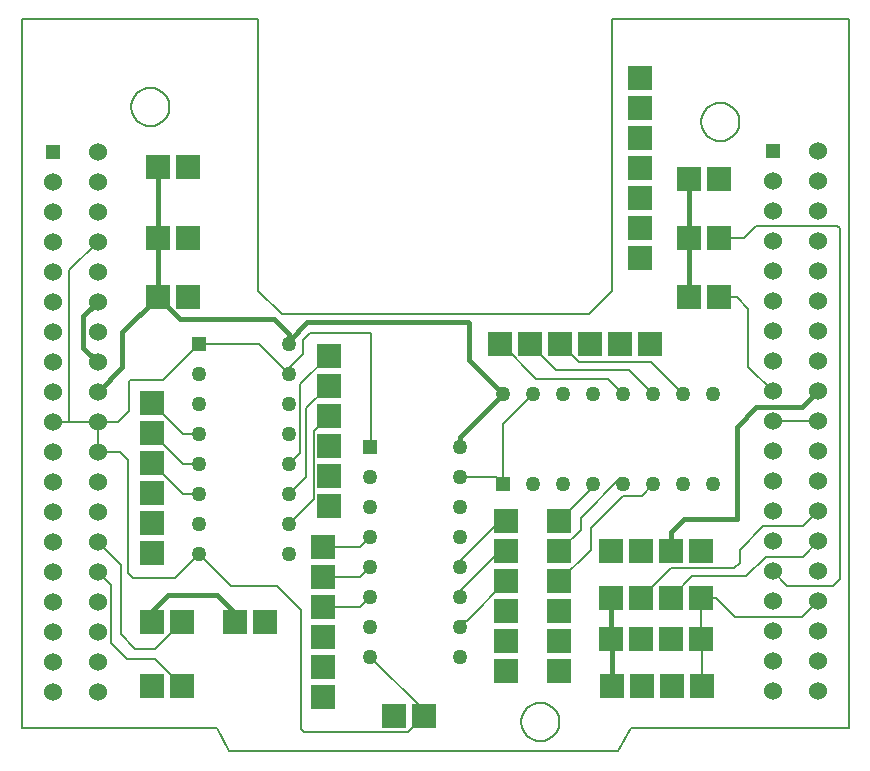
<source format=gbr>
G04 PROTEUS GERBER X2 FILE*
%TF.GenerationSoftware,Labcenter,Proteus,8.12-SP2-Build31155*%
%TF.CreationDate,2021-12-06T20:36:36+00:00*%
%TF.FileFunction,Copper,L1,Top*%
%TF.FilePolarity,Positive*%
%TF.Part,Single*%
%TF.SameCoordinates,{41aeb68f-70a9-4567-b6d7-def337a2806a}*%
%FSLAX45Y45*%
%MOMM*%
G01*
%TA.AperFunction,Conductor*%
%ADD10C,0.203200*%
%ADD11C,0.381000*%
%ADD12C,0.304800*%
%TA.AperFunction,ComponentPad*%
%ADD13R,1.270000X1.270000*%
%ADD14C,1.524000*%
%TA.AperFunction,ComponentPad*%
%ADD15C,1.270000*%
%TA.AperFunction,ComponentPad*%
%ADD16R,2.032000X2.032000*%
%TA.AperFunction,Profile*%
%ADD17C,0.203200*%
%TD.AperFunction*%
D10*
X+2950000Y+602000D02*
X+3404000Y+148000D01*
X+3404000Y+100000D01*
X+2550000Y+1022000D02*
X+2862000Y+1022000D01*
X+2950000Y+1110000D01*
X+2550000Y+1276000D02*
X+2862000Y+1276000D01*
X+2950000Y+1364000D01*
X+2550000Y+1530000D02*
X+2862000Y+1530000D01*
X+2950000Y+1618000D01*
D11*
X+5000000Y+350000D02*
X+5000000Y+738000D01*
X+4988000Y+750000D01*
X+4988000Y+1100000D01*
D10*
X+4558000Y+3250000D02*
X+4713046Y+3094954D01*
X+4781893Y+3094954D01*
X+5327046Y+3094954D01*
X+5598000Y+2824000D01*
X+4304000Y+3250000D02*
X+4523818Y+3030182D01*
X+4684735Y+3030182D01*
X+5137818Y+3030182D01*
X+5344000Y+2824000D01*
X+4050000Y+3250000D02*
X+4060828Y+3250000D01*
X+4354672Y+2956156D01*
X+4957844Y+2956156D01*
X+5090000Y+2824000D01*
X+1100000Y+2242000D02*
X+1362000Y+1980000D01*
X+1500000Y+1980000D01*
X+1100000Y+2496000D02*
X+1362000Y+2234000D01*
X+1500000Y+2234000D01*
X+1100000Y+2750000D02*
X+1362000Y+2488000D01*
X+1500000Y+2488000D01*
D11*
X+3712000Y+2380000D02*
X+3712000Y+2462000D01*
X+4074000Y+2824000D01*
D10*
X+4074000Y+2062000D02*
X+4074000Y+2574000D01*
X+4264500Y+2764500D01*
X+4328000Y+2824000D01*
X+3712000Y+2126000D02*
X+4010000Y+2126000D01*
X+4074000Y+2062000D01*
X+3712000Y+1364000D02*
X+3712000Y+1414000D01*
X+4048000Y+1750000D01*
X+4100000Y+1750000D01*
X+3712000Y+1110000D02*
X+3712000Y+1160000D01*
X+4048000Y+1496000D01*
X+4100000Y+1496000D01*
X+3712000Y+856000D02*
X+3712000Y+906000D01*
X+3764000Y+906000D01*
X+4100000Y+1242000D01*
X+4550000Y+1750000D02*
X+4836000Y+2036000D01*
X+4836000Y+2062000D01*
X+4550000Y+1496000D02*
X+4731001Y+1677001D01*
X+4731001Y+1780109D01*
X+5062892Y+2112000D01*
X+5090000Y+2112000D01*
X+5090000Y+2062000D01*
X+4550000Y+1242000D02*
X+4814280Y+1506280D01*
X+4814280Y+1693096D01*
X+5087249Y+1966065D01*
X+5248065Y+1966065D01*
X+5344000Y+2062000D01*
D11*
X+1150000Y+3650000D02*
X+1271579Y+3528421D01*
D12*
X+1282421Y+3517579D01*
D11*
X+1339545Y+3460455D01*
X+2135483Y+3460455D01*
X+2262000Y+3333938D01*
X+2262000Y+3277029D01*
X+2262000Y+3250000D01*
X+2262000Y+3277029D02*
X+2417706Y+3432735D01*
X+3777887Y+3432735D01*
X+3787178Y+3423444D01*
X+3787178Y+3110822D01*
X+4074000Y+2824000D01*
D10*
X+1500000Y+3250000D02*
X+2008000Y+3250000D01*
X+2262000Y+2996000D01*
D11*
X+1150000Y+3650000D02*
X+1150000Y+4150000D01*
X+1150000Y+4765136D01*
X+1159272Y+4774408D01*
X+1150000Y+4750000D01*
D10*
X+641000Y+2590000D02*
X+641000Y+2336000D01*
X+641000Y+2590000D02*
X+816247Y+2590000D01*
X+904809Y+2678562D01*
X+904809Y+2928398D01*
X+918689Y+2942278D01*
X+1192278Y+2942278D01*
X+1500000Y+3250000D01*
D11*
X+641000Y+3098000D02*
X+520802Y+3218198D01*
X+520802Y+3381804D01*
X+520802Y+3485802D01*
X+641000Y+3606000D01*
D10*
X+400000Y+2590000D02*
X+400000Y+3873000D01*
X+641000Y+4114000D01*
X+260000Y+2590000D02*
X+400000Y+2590000D01*
X+641000Y+2590000D01*
D11*
X+641000Y+2844000D02*
X+850000Y+3053000D01*
X+850000Y+3150000D01*
X+850000Y+3350000D01*
X+1150000Y+3650000D01*
X+1100000Y+900000D02*
X+1100000Y+990731D01*
X+1233297Y+1124028D01*
X+1649691Y+1124028D01*
X+1658944Y+1114775D01*
X+1800000Y+973719D01*
X+1800000Y+900000D01*
D10*
X+641000Y+1574000D02*
X+835410Y+1379590D01*
X+835410Y+1304465D01*
X+835410Y+795540D01*
X+960328Y+670622D01*
X+1124622Y+670622D01*
X+1354000Y+900000D01*
X+3404000Y+100000D02*
X+3271380Y-32620D01*
X+2385319Y-32620D01*
X+2366813Y-14114D01*
X+2366813Y+999110D01*
X+2163243Y+1202680D01*
X+1769320Y+1202680D01*
X+1500000Y+1472000D01*
X+641000Y+2336000D02*
X+833999Y+2336000D01*
X+900414Y+2269585D01*
X+900414Y+1309343D01*
X+940683Y+1269074D01*
X+1297074Y+1269074D01*
X+1500000Y+1472000D01*
X+5762000Y+350000D02*
X+5762000Y+738000D01*
X+5750000Y+750000D01*
X+5750000Y+1100000D01*
X+6356000Y+2594000D02*
X+6718031Y+2594000D01*
X+6742515Y+2618484D01*
X+6737000Y+2594000D01*
D11*
X+5650000Y+3650000D02*
X+5650000Y+4150000D01*
X+5650000Y+4650000D01*
D10*
X+5750000Y+1100000D02*
X+5880361Y+1100000D01*
X+6040343Y+940018D01*
X+6607018Y+940018D01*
X+6737000Y+1070000D01*
X+5904000Y+4150000D02*
X+6113088Y+4150000D01*
X+6214620Y+4251532D01*
X+6900980Y+4251532D01*
X+6924325Y+4228187D01*
X+6924325Y+1258627D01*
X+6868297Y+1202599D01*
X+6477401Y+1202599D01*
X+6356000Y+1324000D01*
X+5496000Y+1100000D02*
X+5677152Y+1281152D01*
X+5775541Y+1281152D01*
X+6131152Y+1281152D01*
X+6300000Y+1450000D01*
X+6609000Y+1450000D01*
X+6737000Y+1578000D01*
X+5242000Y+1100000D02*
X+5492000Y+1350000D01*
X+5550000Y+1350000D01*
X+6028040Y+1350000D01*
X+6077477Y+1399437D01*
X+6077477Y+1508383D01*
X+6273580Y+1704486D01*
X+6609486Y+1704486D01*
X+6737000Y+1832000D01*
D11*
X+5496000Y+1500000D02*
X+5496000Y+1658402D01*
X+5570098Y+1732500D01*
X+5602782Y+1765184D01*
X+6051018Y+1765184D01*
X+6051018Y+2549595D01*
X+6219106Y+2717683D01*
X+6606683Y+2717683D01*
X+6737000Y+2848000D01*
D10*
X+5904000Y+3650000D02*
X+6050000Y+3650000D01*
X+6150000Y+3550000D01*
X+6150000Y+3054000D01*
X+6356000Y+2848000D01*
X+2262000Y+1726000D02*
X+2470523Y+1934523D01*
X+2470523Y+2512523D01*
X+2600000Y+2642000D01*
X+2262000Y+1980000D02*
X+2408451Y+2126451D01*
X+2408451Y+2704451D01*
X+2600000Y+2896000D01*
X+2262000Y+2234000D02*
X+2357559Y+2329559D01*
X+2357559Y+2907559D01*
X+2600000Y+3150000D01*
X+2262000Y+2996000D02*
X+2262000Y+3046340D01*
X+2379655Y+3163995D01*
X+2379655Y+3279877D01*
X+2439162Y+3339384D01*
X+2946536Y+3339384D01*
X+2955932Y+3329988D01*
X+2955932Y+2385932D01*
X+2950000Y+2380000D01*
X+641000Y+1320000D02*
X+750000Y+1211000D01*
X+750000Y+900000D01*
X+750000Y+716066D01*
X+886971Y+579095D01*
X+1124905Y+579095D01*
X+1354000Y+350000D01*
D13*
X+260000Y+4876000D03*
D14*
X+641000Y+4876000D03*
X+260000Y+4622000D03*
X+641000Y+4622000D03*
X+260000Y+4368000D03*
X+641000Y+4368000D03*
X+260000Y+4114000D03*
X+641000Y+4114000D03*
X+260000Y+3860000D03*
X+641000Y+3860000D03*
X+260000Y+3606000D03*
X+641000Y+3606000D03*
X+260000Y+3352000D03*
X+641000Y+3352000D03*
X+260000Y+3098000D03*
X+641000Y+3098000D03*
X+260000Y+2844000D03*
X+641000Y+2844000D03*
X+260000Y+2590000D03*
X+641000Y+2590000D03*
X+260000Y+2336000D03*
X+641000Y+2336000D03*
X+260000Y+2082000D03*
X+641000Y+2082000D03*
X+260000Y+1828000D03*
X+641000Y+1828000D03*
X+260000Y+1574000D03*
X+641000Y+1574000D03*
X+260000Y+1320000D03*
X+641000Y+1320000D03*
X+260000Y+1066000D03*
X+641000Y+1066000D03*
X+260000Y+812000D03*
X+641000Y+812000D03*
X+260000Y+558000D03*
X+641000Y+558000D03*
X+260000Y+304000D03*
X+641000Y+304000D03*
D13*
X+6356000Y+4880000D03*
D14*
X+6737000Y+4880000D03*
X+6356000Y+4626000D03*
X+6737000Y+4626000D03*
X+6356000Y+4372000D03*
X+6737000Y+4372000D03*
X+6356000Y+4118000D03*
X+6737000Y+4118000D03*
X+6356000Y+3864000D03*
X+6737000Y+3864000D03*
X+6356000Y+3610000D03*
X+6737000Y+3610000D03*
X+6356000Y+3356000D03*
X+6737000Y+3356000D03*
X+6356000Y+3102000D03*
X+6737000Y+3102000D03*
X+6356000Y+2848000D03*
X+6737000Y+2848000D03*
X+6356000Y+2594000D03*
X+6737000Y+2594000D03*
X+6356000Y+2340000D03*
X+6737000Y+2340000D03*
X+6356000Y+2086000D03*
X+6737000Y+2086000D03*
X+6356000Y+1832000D03*
X+6737000Y+1832000D03*
X+6356000Y+1578000D03*
X+6737000Y+1578000D03*
X+6356000Y+1324000D03*
X+6737000Y+1324000D03*
X+6356000Y+1070000D03*
X+6737000Y+1070000D03*
X+6356000Y+816000D03*
X+6737000Y+816000D03*
X+6356000Y+562000D03*
X+6737000Y+562000D03*
X+6356000Y+308000D03*
X+6737000Y+308000D03*
D13*
X+1500000Y+3250000D03*
D15*
X+1500000Y+2996000D03*
X+1500000Y+2742000D03*
X+1500000Y+2488000D03*
X+1500000Y+2234000D03*
X+1500000Y+1980000D03*
X+1500000Y+1726000D03*
X+1500000Y+1472000D03*
X+2262000Y+1472000D03*
X+2262000Y+1726000D03*
X+2262000Y+1980000D03*
X+2262000Y+2234000D03*
X+2262000Y+2488000D03*
X+2262000Y+2742000D03*
X+2262000Y+2996000D03*
X+2262000Y+3250000D03*
D13*
X+2950000Y+2380000D03*
D15*
X+2950000Y+2126000D03*
X+2950000Y+1872000D03*
X+2950000Y+1618000D03*
X+2950000Y+1364000D03*
X+2950000Y+1110000D03*
X+2950000Y+856000D03*
X+2950000Y+602000D03*
X+3712000Y+602000D03*
X+3712000Y+856000D03*
X+3712000Y+1110000D03*
X+3712000Y+1364000D03*
X+3712000Y+1618000D03*
X+3712000Y+1872000D03*
X+3712000Y+2126000D03*
X+3712000Y+2380000D03*
D16*
X+5750000Y+1500000D03*
X+5496000Y+1500000D03*
X+5242000Y+1500000D03*
X+4988000Y+1500000D03*
X+5230000Y+5500000D03*
X+5230000Y+5246000D03*
X+5230000Y+4992000D03*
X+5230000Y+4738000D03*
X+5230000Y+4484000D03*
X+5230000Y+4230000D03*
X+5230000Y+3976000D03*
X+5750000Y+750000D03*
X+5496000Y+750000D03*
X+5242000Y+750000D03*
X+4988000Y+750000D03*
X+5750000Y+1100000D03*
X+5496000Y+1100000D03*
X+5242000Y+1100000D03*
X+4988000Y+1100000D03*
X+4050000Y+3250000D03*
X+4304000Y+3250000D03*
X+4558000Y+3250000D03*
X+4812000Y+3250000D03*
X+5066000Y+3250000D03*
X+5320000Y+3250000D03*
X+4550000Y+1750000D03*
X+4550000Y+1496000D03*
X+4550000Y+1242000D03*
X+4550000Y+988000D03*
X+4550000Y+734000D03*
X+4550000Y+480000D03*
X+2600000Y+3150000D03*
X+2600000Y+2896000D03*
X+2600000Y+2642000D03*
X+2600000Y+2388000D03*
X+2600000Y+2134000D03*
X+2600000Y+1880000D03*
X+1100000Y+2750000D03*
X+1100000Y+2496000D03*
X+1100000Y+2242000D03*
X+1100000Y+1988000D03*
X+1100000Y+1734000D03*
X+1100000Y+1480000D03*
X+4100000Y+1750000D03*
X+4100000Y+1496000D03*
X+4100000Y+1242000D03*
X+4100000Y+988000D03*
X+4100000Y+734000D03*
X+4100000Y+480000D03*
X+2550000Y+1530000D03*
X+2550000Y+1276000D03*
X+2550000Y+1022000D03*
X+2550000Y+768000D03*
X+2550000Y+514000D03*
X+2550000Y+260000D03*
X+3150000Y+100000D03*
X+3404000Y+100000D03*
X+5000000Y+350000D03*
X+5254000Y+350000D03*
X+5508000Y+350000D03*
X+5762000Y+350000D03*
D13*
X+4074000Y+2062000D03*
D15*
X+4328000Y+2062000D03*
X+4582000Y+2062000D03*
X+4836000Y+2062000D03*
X+5090000Y+2062000D03*
X+5344000Y+2062000D03*
X+5598000Y+2062000D03*
X+5852000Y+2062000D03*
X+5852000Y+2824000D03*
X+5598000Y+2824000D03*
X+5344000Y+2824000D03*
X+5090000Y+2824000D03*
X+4836000Y+2824000D03*
X+4582000Y+2824000D03*
X+4328000Y+2824000D03*
X+4074000Y+2824000D03*
D16*
X+1150000Y+3650000D03*
X+1404000Y+3650000D03*
X+1150000Y+4150000D03*
X+1404000Y+4150000D03*
X+1150000Y+4750000D03*
X+1404000Y+4750000D03*
X+1100000Y+900000D03*
X+1354000Y+900000D03*
X+1100000Y+350000D03*
X+1354000Y+350000D03*
X+1800000Y+900000D03*
X+2054000Y+900000D03*
X+5650000Y+4650000D03*
X+5904000Y+4650000D03*
X+5650000Y+4150000D03*
X+5904000Y+4150000D03*
X+5650000Y+3650000D03*
X+5904000Y+3650000D03*
D17*
X+0Y+0D02*
X+1650000Y+0D01*
X+7000000Y+0D02*
X+7000000Y+6000000D01*
X+5000000Y+6000000D01*
X+5000000Y+3700000D01*
X+4800000Y+3500000D01*
X+2200000Y+3500000D01*
X+2000000Y+3700000D02*
X+2000000Y+6000000D01*
X+0Y+6000000D01*
X+0Y+0D01*
X+2000000Y+3700000D02*
X+2200000Y+3500000D01*
X+5160000Y+0D02*
X+7000000Y+0D01*
X+1750000Y-200000D02*
X+5050000Y-200000D01*
X+1650000Y+0D02*
X+1750000Y-200000D01*
X+5160000Y+0D02*
X+5050000Y-200000D01*
X+4550045Y+50000D02*
X+4549508Y+63142D01*
X+4545144Y+89427D01*
X+4536029Y+115712D01*
X+4521182Y+141997D01*
X+4498470Y+168118D01*
X+4472185Y+187898D01*
X+4445900Y+200658D01*
X+4419615Y+208108D01*
X+4393330Y+210987D01*
X+4389000Y+211045D01*
X+4227955Y+50000D02*
X+4228492Y+63142D01*
X+4232856Y+89427D01*
X+4241971Y+115712D01*
X+4256818Y+141997D01*
X+4279530Y+168118D01*
X+4305815Y+187898D01*
X+4332100Y+200658D01*
X+4358385Y+208108D01*
X+4384670Y+210987D01*
X+4389000Y+211045D01*
X+4227955Y+50000D02*
X+4228492Y+36858D01*
X+4232856Y+10573D01*
X+4241971Y-15712D01*
X+4256818Y-41997D01*
X+4279530Y-68118D01*
X+4305815Y-87898D01*
X+4332100Y-100658D01*
X+4358385Y-108108D01*
X+4384670Y-110987D01*
X+4389000Y-111045D01*
X+4550045Y+50000D02*
X+4549508Y+36858D01*
X+4545144Y+10573D01*
X+4536029Y-15712D01*
X+4521182Y-41997D01*
X+4498470Y-68118D01*
X+4472185Y-87898D01*
X+4445900Y-100658D01*
X+4419615Y-108108D01*
X+4393330Y-110987D01*
X+4389000Y-111045D01*
X+6074045Y+5130000D02*
X+6073508Y+5143142D01*
X+6069144Y+5169427D01*
X+6060029Y+5195712D01*
X+6045182Y+5221997D01*
X+6022470Y+5248118D01*
X+5996185Y+5267898D01*
X+5969900Y+5280658D01*
X+5943615Y+5288108D01*
X+5917330Y+5290987D01*
X+5913000Y+5291045D01*
X+5751955Y+5130000D02*
X+5752492Y+5143142D01*
X+5756856Y+5169427D01*
X+5765971Y+5195712D01*
X+5780818Y+5221997D01*
X+5803530Y+5248118D01*
X+5829815Y+5267898D01*
X+5856100Y+5280658D01*
X+5882385Y+5288108D01*
X+5908670Y+5290987D01*
X+5913000Y+5291045D01*
X+5751955Y+5130000D02*
X+5752492Y+5116858D01*
X+5756856Y+5090573D01*
X+5765971Y+5064288D01*
X+5780818Y+5038003D01*
X+5803530Y+5011882D01*
X+5829815Y+4992102D01*
X+5856100Y+4979342D01*
X+5882385Y+4971892D01*
X+5908670Y+4969013D01*
X+5913000Y+4968955D01*
X+6074045Y+5130000D02*
X+6073508Y+5116858D01*
X+6069144Y+5090573D01*
X+6060029Y+5064288D01*
X+6045182Y+5038003D01*
X+6022470Y+5011882D01*
X+5996185Y+4992102D01*
X+5969900Y+4979342D01*
X+5943615Y+4971892D01*
X+5917330Y+4969013D01*
X+5913000Y+4968955D01*
X+1248045Y+5257000D02*
X+1247508Y+5270142D01*
X+1243144Y+5296427D01*
X+1234029Y+5322712D01*
X+1219182Y+5348997D01*
X+1196470Y+5375118D01*
X+1170185Y+5394898D01*
X+1143900Y+5407658D01*
X+1117615Y+5415108D01*
X+1091330Y+5417987D01*
X+1087000Y+5418045D01*
X+925955Y+5257000D02*
X+926492Y+5270142D01*
X+930856Y+5296427D01*
X+939971Y+5322712D01*
X+954818Y+5348997D01*
X+977530Y+5375118D01*
X+1003815Y+5394898D01*
X+1030100Y+5407658D01*
X+1056385Y+5415108D01*
X+1082670Y+5417987D01*
X+1087000Y+5418045D01*
X+925955Y+5257000D02*
X+926492Y+5243858D01*
X+930856Y+5217573D01*
X+939971Y+5191288D01*
X+954818Y+5165003D01*
X+977530Y+5138882D01*
X+1003815Y+5119102D01*
X+1030100Y+5106342D01*
X+1056385Y+5098892D01*
X+1082670Y+5096013D01*
X+1087000Y+5095955D01*
X+1248045Y+5257000D02*
X+1247508Y+5243858D01*
X+1243144Y+5217573D01*
X+1234029Y+5191288D01*
X+1219182Y+5165003D01*
X+1196470Y+5138882D01*
X+1170185Y+5119102D01*
X+1143900Y+5106342D01*
X+1117615Y+5098892D01*
X+1091330Y+5096013D01*
X+1087000Y+5095955D01*
M02*

</source>
